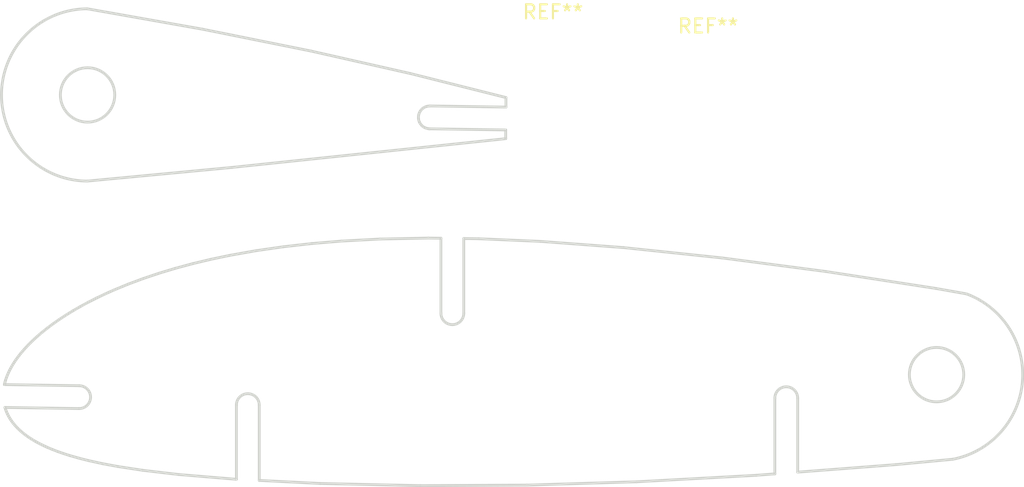
<source format=kicad_pcb>
(kicad_pcb (version 20171130) (host pcbnew "(5.1.2)-1")

  (general
    (thickness 1.6)
    (drawings 155)
    (tracks 0)
    (zones 0)
    (modules 2)
    (nets 1)
  )

  (page A4)
  (layers
    (0 F.Cu signal)
    (31 B.Cu signal)
    (32 B.Adhes user)
    (33 F.Adhes user)
    (34 B.Paste user)
    (35 F.Paste user)
    (36 B.SilkS user)
    (37 F.SilkS user)
    (38 B.Mask user)
    (39 F.Mask user)
    (40 Dwgs.User user)
    (41 Cmts.User user)
    (42 Eco1.User user)
    (43 Eco2.User user)
    (44 Edge.Cuts user)
    (45 Margin user)
    (46 B.CrtYd user)
    (47 F.CrtYd user)
    (48 B.Fab user)
    (49 F.Fab user)
  )

  (setup
    (last_trace_width 0.25)
    (trace_clearance 0.2)
    (zone_clearance 0.508)
    (zone_45_only no)
    (trace_min 0.2)
    (via_size 0.8)
    (via_drill 0.4)
    (via_min_size 0.4)
    (via_min_drill 0.3)
    (uvia_size 0.3)
    (uvia_drill 0.1)
    (uvias_allowed no)
    (uvia_min_size 0.2)
    (uvia_min_drill 0.1)
    (edge_width 0.05)
    (segment_width 0.2)
    (pcb_text_width 0.3)
    (pcb_text_size 1.5 1.5)
    (mod_edge_width 0.12)
    (mod_text_size 1 1)
    (mod_text_width 0.15)
    (pad_size 3.33 3.33)
    (pad_drill 3.33)
    (pad_to_mask_clearance 0.051)
    (solder_mask_min_width 0.25)
    (aux_axis_origin 24.13 64.77)
    (visible_elements 7FFFFFFF)
    (pcbplotparams
      (layerselection 0x01000_7ffffffe)
      (usegerberextensions false)
      (usegerberattributes false)
      (usegerberadvancedattributes false)
      (creategerberjobfile false)
      (excludeedgelayer true)
      (linewidth 0.100000)
      (plotframeref false)
      (viasonmask false)
      (mode 1)
      (useauxorigin false)
      (hpglpennumber 1)
      (hpglpenspeed 20)
      (hpglpendiameter 15.000000)
      (psnegative false)
      (psa4output false)
      (plotreference true)
      (plotvalue true)
      (plotinvisibletext false)
      (padsonsilk false)
      (subtractmaskfromsilk false)
      (outputformat 1)
      (mirror false)
      (drillshape 0)
      (scaleselection 1)
      (outputdirectory "./"))
  )

  (net 0 "")

  (net_class Default "This is the default net class."
    (clearance 0.2)
    (trace_width 0.25)
    (via_dia 0.8)
    (via_drill 0.4)
    (uvia_dia 0.3)
    (uvia_drill 0.1)
  )

  (module MountingHole:MountingHole_2.1mm (layer F.Cu) (tedit 5CF72C62) (tstamp 5CF72E5A)
    (at 60.18784 32.85744)
    (descr "Mounting Hole 2.1mm, no annular")
    (tags "mounting hole 2.1mm no annular")
    (attr virtual)
    (fp_text reference REF** (at 0 -3.2) (layer F.SilkS)
      (effects (font (size 1 1) (thickness 0.15)))
    )
    (fp_text value MountingHole_2.1mm (at 0 3.2) (layer F.Fab)
      (effects (font (size 1 1) (thickness 0.15)))
    )
    (fp_circle (center 0 0) (end 2.35 0) (layer F.CrtYd) (width 0.05))
    (fp_circle (center 0 0) (end 2.1 0) (layer Cmts.User) (width 0.15))
    (pad "" np_thru_hole circle (at -32.992457 2.681456) (size 3.33 3.33) (drill 3.33) (layers *.Cu *.Mask))
  )

  (module MountingHole:MountingHole_2.1mm (layer F.Cu) (tedit 5CF72CBC) (tstamp 5CF72E99)
    (at 71.18604 33.8582)
    (descr "Mounting Hole 2.1mm, no annular")
    (tags "mounting hole 2.1mm no annular")
    (attr virtual)
    (fp_text reference REF** (at 0 -3.2) (layer F.SilkS)
      (effects (font (size 1 1) (thickness 0.15)))
    )
    (fp_text value MountingHole_2.1mm (at 0 3.2) (layer F.Fab)
      (effects (font (size 1 1) (thickness 0.15)))
    )
    (fp_text user %R (at 0.3 0) (layer F.Fab)
      (effects (font (size 1 1) (thickness 0.15)))
    )
    (fp_circle (center 0 0) (end 2.1 0) (layer Cmts.User) (width 0.15))
    (fp_circle (center 0 0) (end 2.35 0) (layer F.CrtYd) (width 0.05))
    (pad "" np_thru_hole circle (at 16.196335 21.510704) (size 3.33 3.33) (drill 3.33) (layers *.Cu *.Mask))
  )

  (gr_line (start 50.082475 34.023032) (end 43.033586 32.428045) (layer Edge.Cuts) (width 0.2))
  (gr_line (start 37.42865 40.678621) (end 56.839231 38.639183) (layer Edge.Cuts) (width 0.2))
  (gr_line (start 56.855462 35.724447) (end 50.082475 34.023032) (layer Edge.Cuts) (width 0.2))
  (gr_line (start 56.839231 38.020785) (end 56.839231 38.639183) (layer Edge.Cuts) (width 0.2))
  (gr_line (start 56.855462 36.400653) (end 51.472523 36.32059) (layer Edge.Cuts) (width 0.2))
  (gr_circle (center 27.195383 35.538896) (end 29.124383 35.538896) (layer Edge.Cuts) (width 0.2))
  (gr_curve (pts (xy 50.963873 36.490573) (xy 50.891896 36.54706) (xy 50.829451 36.614689) (xy 50.780017 36.691034)) (layer Edge.Cuts) (width 0.2))
  (gr_line (start 56.855462 35.724447) (end 56.855462 36.400653) (layer Edge.Cuts) (width 0.2))
  (gr_curve (pts (xy 50.654536 37.212441) (xy 50.663612 37.303051) (xy 50.687903 37.392105) (xy 50.727059 37.474602)) (layer Edge.Cuts) (width 0.2))
  (gr_curve (pts (xy 51.203724 36.362268) (xy 51.11736 36.388742) (xy 51.035851 36.434086) (xy 50.963873 36.490573)) (layer Edge.Cuts) (width 0.2))
  (gr_curve (pts (xy 50.88227 37.697979) (xy 50.944305 37.762921) (xy 51.014354 37.816868) (xy 51.102672 37.857388)) (layer Edge.Cuts) (width 0.2))
  (gr_curve (pts (xy 51.102672 37.857388) (xy 51.190989 37.897908) (xy 51.297574 37.925001) (xy 51.363414 37.934857)) (layer Edge.Cuts) (width 0.2))
  (gr_curve (pts (xy 50.780017 36.691034) (xy 50.730582 36.767379) (xy 50.694158 36.852439) (xy 50.672878 36.941052)) (layer Edge.Cuts) (width 0.2))
  (gr_line (start 51.44844 37.940604) (end 56.839231 38.020785) (layer Edge.Cuts) (width 0.2))
  (gr_curve (pts (xy 51.363414 37.934857) (xy 51.400266 37.940373) (xy 51.424353 37.940489) (xy 51.44844 37.940604)) (layer Edge.Cuts) (width 0.2))
  (gr_curve (pts (xy 50.727059 37.474602) (xy 50.766215 37.557098) (xy 50.820235 37.633036) (xy 50.88227 37.697979)) (layer Edge.Cuts) (width 0.2))
  (gr_line (start 35.346224 30.879116) (end 27.172436 29.431982) (layer Edge.Cuts) (width 0.2))
  (gr_line (start 43.033586 32.428045) (end 35.346224 30.879116) (layer Edge.Cuts) (width 0.2))
  (gr_curve (pts (xy 50.672878 36.941052) (xy 50.651597 37.029665) (xy 50.645459 37.121831) (xy 50.654536 37.212441)) (layer Edge.Cuts) (width 0.2))
  (gr_arc (start 27.19534 35.538896) (end 27.172436 29.431982) (angle -179.6700836) (layer Edge.Cuts) (width 0.2))
  (gr_curve (pts (xy 51.472523 36.32059) (xy 51.381305 36.328192) (xy 51.290087 36.335795) (xy 51.203724 36.362268)) (layer Edge.Cuts) (width 0.2))
  (gr_line (start 27.18308 41.64584) (end 37.42865 40.678621) (layer Edge.Cuts) (width 0.2))
  (gr_line (start 22.044645 58.956529) (end 22.139379 59.061871) (layer Edge.Cuts) (width 0.2))
  (gr_line (start 21.588068 58.297661) (end 21.619332 58.354967) (layer Edge.Cuts) (width 0.2))
  (gr_line (start 28.283641 61.684571) (end 29.355832 61.883447) (layer Edge.Cuts) (width 0.2))
  (gr_line (start 26.57376 61.287338) (end 27.279558 61.465489) (layer Edge.Cuts) (width 0.2))
  (gr_line (start 21.872719 58.743797) (end 21.914104 58.797917) (layer Edge.Cuts) (width 0.2))
  (gr_line (start 24.700426 60.673312) (end 25.084041 60.820477) (layer Edge.Cuts) (width 0.2))
  (gr_line (start 24.334943 60.519371) (end 24.700426 60.673312) (layer Edge.Cuts) (width 0.2))
  (gr_line (start 23.075711 59.841682) (end 23.215668 59.932061) (layer Edge.Cuts) (width 0.2))
  (gr_line (start 21.529379 58.182071) (end 21.558126 58.240127) (layer Edge.Cuts) (width 0.2))
  (gr_line (start 22.34266 59.266149) (end 22.451993 59.365954) (layer Edge.Cuts) (width 0.2))
  (gr_line (start 58.337769 63.198885) (end 66.111318 62.964334) (layer Edge.Cuts) (width 0.2))
  (gr_line (start 50.77678 63.236316) (end 58.337769 63.198885) (layer Edge.Cuts) (width 0.2))
  (gr_line (start 25.906946 61.095992) (end 26.57376 61.287338) (layer Edge.Cuts) (width 0.2))
  (gr_line (start 39.367148 62.866725) (end 43.685838 63.084124) (layer Edge.Cuts) (width 0.2))
  (gr_line (start 37.672777 62.781431) (end 37.746948 62.785165) (layer Edge.Cuts) (width 0.2))
  (gr_arc (start 38.557048 57.527571) (end 39.367148 57.527571) (angle -180) (layer Edge.Cuts) (width 0.2))
  (gr_line (start 25.084041 60.820477) (end 25.48655 60.96142) (layer Edge.Cuts) (width 0.2))
  (gr_line (start 21.651739 58.411662) (end 21.685488 58.468137) (layer Edge.Cuts) (width 0.2))
  (gr_line (start 31.095512 62.148642) (end 33.659145 62.449211) (layer Edge.Cuts) (width 0.2))
  (gr_line (start 25.48655 60.96142) (end 25.906946 61.095992) (layer Edge.Cuts) (width 0.2))
  (gr_line (start 22.566503 59.464223) (end 22.686116 59.560919) (layer Edge.Cuts) (width 0.2))
  (gr_line (start 23.66587 60.193622) (end 23.825969 60.277591) (layer Edge.Cuts) (width 0.2))
  (gr_line (start 23.51077 60.108038) (end 23.66587 60.193622) (layer Edge.Cuts) (width 0.2))
  (gr_line (start 22.238449 59.164769) (end 22.34266 59.266149) (layer Edge.Cuts) (width 0.2))
  (gr_line (start 29.355832 61.883447) (end 31.095512 62.148642) (layer Edge.Cuts) (width 0.2))
  (gr_line (start 23.215668 59.932061) (end 23.360705 60.020862) (layer Edge.Cuts) (width 0.2))
  (gr_line (start 21.914104 58.797917) (end 21.956525 58.851383) (layer Edge.Cuts) (width 0.2))
  (gr_line (start 22.810905 59.656052) (end 22.940816 59.74967) (layer Edge.Cuts) (width 0.2))
  (gr_line (start 21.475681 58.06475) (end 21.501946 58.123711) (layer Edge.Cuts) (width 0.2))
  (gr_line (start 21.619332 58.354967) (end 21.651739 58.411662) (layer Edge.Cuts) (width 0.2))
  (gr_line (start 22.686116 59.560919) (end 22.810905 59.656052) (layer Edge.Cuts) (width 0.2))
  (gr_line (start 24.161047 60.440677) (end 24.334943 60.519371) (layer Edge.Cuts) (width 0.2))
  (gr_line (start 21.75665 58.579618) (end 21.794055 58.634684) (layer Edge.Cuts) (width 0.2))
  (gr_line (start 21.501946 58.123711) (end 21.529379 58.182071) (layer Edge.Cuts) (width 0.2))
  (gr_line (start 21.450645 58.00541) (end 21.475681 58.06475) (layer Edge.Cuts) (width 0.2))
  (gr_line (start 23.99103 60.359937) (end 24.161047 60.440677) (layer Edge.Cuts) (width 0.2))
  (gr_line (start 75.91822 57.03824) (end 75.91822 62.40292) (layer Edge.Cuts) (width 0.2))
  (gr_line (start 23.360705 60.020862) (end 23.51077 60.108038) (layer Edge.Cuts) (width 0.2))
  (gr_line (start 22.940816 59.74967) (end 23.075711 59.841682) (layer Edge.Cuts) (width 0.2))
  (gr_line (start 22.451993 59.365954) (end 22.566503 59.464223) (layer Edge.Cuts) (width 0.2))
  (gr_line (start 21.794055 58.634684) (end 21.832887 58.689631) (layer Edge.Cuts) (width 0.2))
  (gr_line (start 21.558126 58.240127) (end 21.588068 58.297661) (layer Edge.Cuts) (width 0.2))
  (gr_line (start 43.685838 63.084124) (end 50.77678 63.236316) (layer Edge.Cuts) (width 0.2))
  (gr_line (start 37.746948 57.527571) (end 37.746948 62.785165) (layer Edge.Cuts) (width 0.2))
  (gr_line (start 21.956525 58.851383) (end 22.000462 58.904759) (layer Edge.Cuts) (width 0.2))
  (gr_line (start 21.832887 58.689631) (end 21.872719 58.743797) (layer Edge.Cuts) (width 0.2))
  (gr_line (start 21.720344 58.52393) (end 21.75665 58.579618) (layer Edge.Cuts) (width 0.2))
  (gr_line (start 21.685488 58.468137) (end 21.720344 58.52393) (layer Edge.Cuts) (width 0.2))
  (gr_line (start 39.367148 62.866725) (end 39.367148 57.527571) (layer Edge.Cuts) (width 0.2))
  (gr_line (start 22.139379 59.061871) (end 22.238449 59.164769) (layer Edge.Cuts) (width 0.2))
  (gr_line (start 22.000462 58.904759) (end 22.044645 58.956529) (layer Edge.Cuts) (width 0.2))
  (gr_line (start 74.589801 62.504467) (end 75.91822 62.40292) (layer Edge.Cuts) (width 0.2))
  (gr_line (start 27.279558 61.465489) (end 28.283641 61.684571) (layer Edge.Cuts) (width 0.2))
  (gr_line (start 23.825969 60.277591) (end 23.99103 60.359937) (layer Edge.Cuts) (width 0.2))
  (gr_line (start 66.111318 62.964334) (end 74.589801 62.504467) (layer Edge.Cuts) (width 0.2))
  (gr_line (start 33.659145 62.449211) (end 37.672777 62.781431) (layer Edge.Cuts) (width 0.2))
  (gr_line (start 31.122579 48.562827) (end 30.063149 48.958037) (layer Edge.Cuts) (width 0.2))
  (gr_line (start 52.246462 45.699095) (end 51.352595 45.687718) (layer Edge.Cuts) (width 0.2))
  (gr_line (start 22.016302 54.464234) (end 21.922874 54.610147) (layer Edge.Cuts) (width 0.2))
  (gr_line (start 22.221532 54.170008) (end 22.11584 54.317532) (layer Edge.Cuts) (width 0.2))
  (gr_line (start 35.935818 47.192824) (end 34.650048 47.499655) (layer Edge.Cuts) (width 0.2))
  (gr_line (start 22.451466 53.872799) (end 22.333388 54.021743) (layer Edge.Cuts) (width 0.2))
  (gr_line (start 23.136845 53.119077) (end 22.98698 53.270849) (layer Edge.Cuts) (width 0.2))
  (gr_line (start 25.219966 51.436513) (end 24.781001 51.74226) (layer Edge.Cuts) (width 0.2))
  (gr_arc (start 53.056562 51.013945) (end 52.246462 51.013945) (angle -180) (layer Edge.Cuts) (width 0.2))
  (gr_line (start 22.98698 53.270849) (end 22.843553 53.422147) (layer Edge.Cuts) (width 0.2))
  (gr_line (start 28.431525 49.652328) (end 27.827 49.940277) (layer Edge.Cuts) (width 0.2))
  (gr_line (start 21.383015 57.824802) (end 21.404328 57.885483) (layer Edge.Cuts) (width 0.2))
  (gr_line (start 21.487035 55.466524) (end 21.434815 55.605784) (layer Edge.Cuts) (width 0.2))
  (gr_line (start 21.36293 57.763726) (end 21.383015 57.824802) (layer Edge.Cuts) (width 0.2))
  (gr_line (start 22.575835 53.723176) (end 22.451466 53.872799) (layer Edge.Cuts) (width 0.2))
  (gr_line (start 21.344114 57.702242) (end 21.36293 57.763726) (layer Edge.Cuts) (width 0.2))
  (gr_line (start 21.34198 57.694728) (end 21.344114 57.702242) (layer Edge.Cuts) (width 0.2))
  (gr_line (start 21.678479 55.042649) (end 21.608834 55.184934) (layer Edge.Cuts) (width 0.2))
  (gr_line (start 22.843553 53.422147) (end 22.706532 53.572935) (layer Edge.Cuts) (width 0.2))
  (gr_line (start 47.929298 45.754782) (end 45.200261 45.899549) (layer Edge.Cuts) (width 0.2))
  (gr_line (start 21.754054 54.899376) (end 21.678479 55.042649) (layer Edge.Cuts) (width 0.2))
  (gr_arc (start 26.594296 56.962663) (end 26.582255 57.77267) (angle -180.0002126) (layer Edge.Cuts) (width 0.2))
  (gr_line (start 27.250286 50.23292) (end 26.701269 50.529573) (layer Edge.Cuts) (width 0.2))
  (gr_line (start 21.434815 55.605784) (end 21.387928 55.745119) (layer Edge.Cuts) (width 0.2))
  (gr_line (start 22.706532 53.572935) (end 22.575835 53.723176) (layer Edge.Cuts) (width 0.2))
  (gr_line (start 23.983053 52.356079) (end 23.801358 52.508557) (layer Edge.Cuts) (width 0.2))
  (gr_line (start 23.801358 52.508557) (end 23.625375 52.661587) (layer Edge.Cuts) (width 0.2))
  (gr_line (start 29.063108 49.370152) (end 28.431525 49.652328) (layer Edge.Cuts) (width 0.2))
  (gr_line (start 22.11584 54.317532) (end 22.016302 54.464234) (layer Edge.Cuts) (width 0.2))
  (gr_line (start 21.54503 55.326259) (end 21.487035 55.466524) (layer Edge.Cuts) (width 0.2))
  (gr_line (start 34.650048 47.499655) (end 33.41772 47.831494) (layer Edge.Cuts) (width 0.2))
  (gr_line (start 23.293175 52.966915) (end 23.136845 53.119077) (layer Edge.Cuts) (width 0.2))
  (gr_line (start 24.781001 51.74226) (end 24.369085 52.048749) (layer Edge.Cuts) (width 0.2))
  (gr_line (start 51.352595 45.687718) (end 47.929298 45.754782) (layer Edge.Cuts) (width 0.2))
  (gr_line (start 26.179928 50.829526) (end 25.686177 51.132061) (layer Edge.Cuts) (width 0.2))
  (gr_line (start 26.701269 50.529573) (end 26.179928 50.829526) (layer Edge.Cuts) (width 0.2))
  (gr_line (start 21.835472 54.755176) (end 21.754054 54.899376) (layer Edge.Cuts) (width 0.2))
  (gr_line (start 21.608834 55.184934) (end 21.54503 55.326259) (layer Edge.Cuts) (width 0.2))
  (gr_line (start 41.075928 46.302108) (end 39.132632 46.581829) (layer Edge.Cuts) (width 0.2))
  (gr_line (start 53.866662 51.013945) (end 53.866662 45.719716) (layer Edge.Cuts) (width 0.2))
  (gr_line (start 23.456025 52.814375) (end 23.293175 52.966915) (layer Edge.Cuts) (width 0.2))
  (gr_line (start 21.312106 56.017392) (end 21.299173 56.073719) (layer Edge.Cuts) (width 0.2))
  (gr_line (start 21.329116 55.94921) (end 21.312106 56.017392) (layer Edge.Cuts) (width 0.2))
  (gr_line (start 24.369085 52.048749) (end 23.983053 52.356079) (layer Edge.Cuts) (width 0.2))
  (gr_line (start 25.686177 51.132061) (end 25.219966 51.436513) (layer Edge.Cuts) (width 0.2))
  (gr_line (start 27.827 49.940277) (end 27.250286 50.23292) (layer Edge.Cuts) (width 0.2))
  (gr_line (start 39.132632 46.581829) (end 37.272534 46.912614) (layer Edge.Cuts) (width 0.2))
  (gr_line (start 52.246462 45.699095) (end 52.246462 51.013945) (layer Edge.Cuts) (width 0.2))
  (gr_line (start 26.606335 56.152655) (end 21.299173 56.073719) (layer Edge.Cuts) (width 0.2))
  (gr_line (start 21.922874 54.610147) (end 21.835472 54.755176) (layer Edge.Cuts) (width 0.2))
  (gr_line (start 33.41772 47.831494) (end 32.24091 48.186603) (layer Edge.Cuts) (width 0.2))
  (gr_line (start 37.272534 46.912614) (end 35.935818 47.192824) (layer Edge.Cuts) (width 0.2))
  (gr_line (start 43.100177 46.074468) (end 41.075928 46.302108) (layer Edge.Cuts) (width 0.2))
  (gr_line (start 21.426863 57.945662) (end 21.450645 58.00541) (layer Edge.Cuts) (width 0.2))
  (gr_line (start 45.200261 45.899549) (end 43.100177 46.074468) (layer Edge.Cuts) (width 0.2))
  (gr_line (start 21.404328 57.885483) (end 21.426863 57.945662) (layer Edge.Cuts) (width 0.2))
  (gr_line (start 30.063149 48.958037) (end 29.063108 49.370152) (layer Edge.Cuts) (width 0.2))
  (gr_line (start 32.24091 48.186603) (end 31.122579 48.562827) (layer Edge.Cuts) (width 0.2))
  (gr_line (start 21.34198 57.694728) (end 26.582255 57.77267) (layer Edge.Cuts) (width 0.2))
  (gr_line (start 21.34738 55.881243) (end 21.329116 55.94921) (layer Edge.Cuts) (width 0.2))
  (gr_line (start 22.333388 54.021743) (end 22.221532 54.170008) (layer Edge.Cuts) (width 0.2))
  (gr_line (start 23.625375 52.661587) (end 23.456025 52.814375) (layer Edge.Cuts) (width 0.2))
  (gr_line (start 21.367201 55.812512) (end 21.34738 55.881243) (layer Edge.Cuts) (width 0.2))
  (gr_line (start 21.387928 55.745119) (end 21.367201 55.812512) (layer Edge.Cuts) (width 0.2))
  (gr_line (start 77.53842 62.279069) (end 84.493415 61.747415) (layer Edge.Cuts) (width 0.2))
  (gr_circle (center 87.382375 55.368904) (end 89.311375 55.368904) (layer Edge.Cuts) (width 0.2))
  (gr_line (start 59.294172 45.9215) (end 54.930468 45.733256) (layer Edge.Cuts) (width 0.2))
  (gr_line (start 89.500693 49.641092) (end 87.339282 49.258424) (layer Edge.Cuts) (width 0.2))
  (gr_arc (start 87.382418 55.368904) (end 88.537396 61.365649) (angle -148.8027456) (layer Edge.Cuts) (width 0.2))
  (gr_line (start 72.161273 47.092644) (end 65.202733 46.362348) (layer Edge.Cuts) (width 0.2))
  (gr_line (start 87.339282 49.258424) (end 79.543809 48.058849) (layer Edge.Cuts) (width 0.2))
  (gr_line (start 84.493415 61.747415) (end 88.537396 61.365649) (layer Edge.Cuts) (width 0.2))
  (gr_line (start 54.930468 45.733256) (end 53.866662 45.719716) (layer Edge.Cuts) (width 0.2))
  (gr_line (start 79.543809 48.058849) (end 72.161273 47.092644) (layer Edge.Cuts) (width 0.2))
  (gr_line (start 65.202733 46.362348) (end 59.294172 45.9215) (layer Edge.Cuts) (width 0.2))
  (gr_line (start 77.53842 62.279069) (end 77.53842 57.03824) (layer Edge.Cuts) (width 0.2))
  (gr_arc (start 76.72832 57.03824) (end 77.53842 57.03824) (angle -180) (layer Edge.Cuts) (width 0.2))

)

</source>
